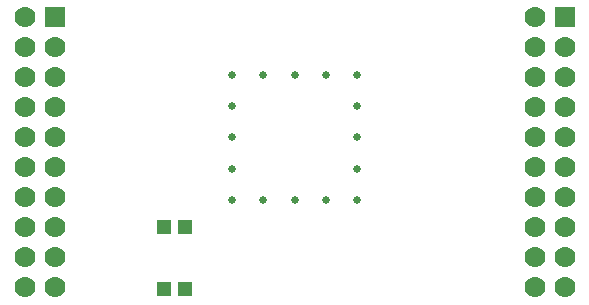
<source format=gbr>
G04 EAGLE Gerber RS-274X export*
G75*
%MOMM*%
%FSLAX34Y34*%
%LPD*%
%INSoldermask Top*%
%IPPOS*%
%AMOC8*
5,1,8,0,0,1.08239X$1,22.5*%
G01*
%ADD10R,1.778200X1.778200*%
%ADD11C,1.778200*%
%ADD12C,0.682000*%
%ADD13R,1.203200X1.303200*%


D10*
X46990Y251460D03*
D11*
X21590Y251460D03*
X46990Y226060D03*
X21590Y226060D03*
X46990Y200660D03*
X21590Y200660D03*
X46990Y175260D03*
X21590Y175260D03*
X46990Y149860D03*
X21590Y149860D03*
X46990Y124460D03*
X21590Y124460D03*
X46990Y99060D03*
X21590Y99060D03*
X46990Y73660D03*
X21590Y73660D03*
X46990Y48260D03*
X21590Y48260D03*
X46990Y22860D03*
X21590Y22860D03*
D10*
X478790Y251460D03*
D11*
X453390Y251460D03*
X478790Y226060D03*
X453390Y226060D03*
X478790Y200660D03*
X453390Y200660D03*
X478790Y175260D03*
X453390Y175260D03*
X478790Y149860D03*
X453390Y149860D03*
X478790Y124460D03*
X453390Y124460D03*
X478790Y99060D03*
X453390Y99060D03*
X478790Y73660D03*
X453390Y73660D03*
X478790Y48260D03*
X453390Y48260D03*
X478790Y22860D03*
X453390Y22860D03*
D12*
X197190Y202860D03*
X223690Y202860D03*
X250190Y202860D03*
X276690Y202860D03*
X303190Y202860D03*
X303190Y176360D03*
X303190Y149860D03*
X303190Y123360D03*
X303190Y96860D03*
X276690Y96860D03*
X250190Y96860D03*
X223690Y96860D03*
X197190Y96860D03*
X197190Y123360D03*
X197190Y149860D03*
X197190Y176360D03*
D13*
X140090Y73660D03*
X157090Y73660D03*
X140090Y21590D03*
X157090Y21590D03*
M02*

</source>
